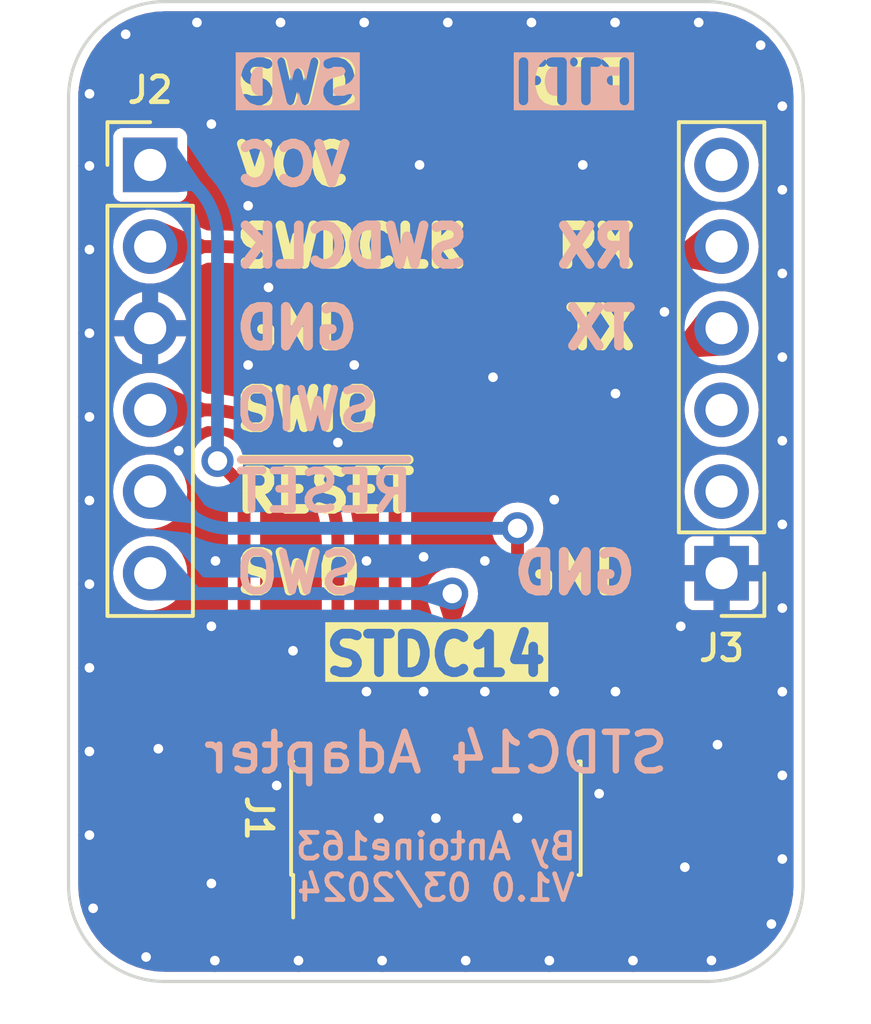
<source format=kicad_pcb>
(kicad_pcb (version 20240108) (generator "pcbnew") (generator_version "8.0")
  (title_block (title "STDC14 Adapter") (date "2024-03-16") (rev "1.0") (company "AM163") (comment 4 "AISLER Project ID: LIZLXAFS"))
  (layers (0 "F.Cu" mixed) (31 "B.Cu" mixed) (34 "B.Paste" user) (35 "F.Paste" user) (36 "B.SilkS" user "B.Silkscreen") (37 "F.SilkS" user "F.Silkscreen") (38 "B.Mask" user) (39 "F.Mask" user) (44 "Edge.Cuts" user))
  (net 0 "")
  (net 1 "/SWDCLK")
  (net 2 "/VCP_TX")
  (net 3 "/SWO")
  (net 5 "/SWDIO")
  (net 6 "GND")
  (net 8 "/~{RESET}")
  (net 9 "/VCP_RX")
  (net 11 "VCC")
  (footprint "Connector_PinHeader_2.54mm:PinHeader_1x06_P2.54mm_Vertical" (layer "F.Cu") (at 162.56 88.9 180)
    (property "Reference" "J3" (at 0.000001 -2.329999 0) (layer "F.SilkS") (effects (font (size 0.8 0.8))))
    (property "Value" "Conn_01x06")
    (fp_line (start 1.33 1.27) (end 1.33 14.03) (stroke (width 0.12)) (layer "F.SilkS"))
    (fp_line (start -1.33 14.03) (end 1.33 14.03) (stroke (width 0.12)) (layer "F.SilkS"))
    (fp_line (start -1.33 1.27) (end 1.33 1.27) (stroke (width 0.12)) (layer "F.SilkS"))
    (fp_line (start -1.33 1.27) (end -1.33 14.03) (stroke (width 0.12)) (layer "F.SilkS"))
    (fp_line (start -1.33 0) (end -1.33 -1.33) (stroke (width 0.12)) (layer "F.SilkS"))
    (fp_line (start -1.33 -1.33) (end 0 -1.33) (stroke (width 0.12)) (layer "F.SilkS"))
    (pad "1" thru_hole rect (at 0 0 180) (size 1.7 1.7) (drill 1) (layers "*.Cu" "*.Mask") (net 6 "GND"))
    (pad "2" thru_hole oval (at 0 2.54 180) (size 1.7 1.7) (drill 1) (layers "*.Cu" "*.Mask"))
    (pad "3" thru_hole oval (at 0 5.08 180) (size 1.7 1.7) (drill 1) (layers "*.Cu" "*.Mask"))
    (pad "4" thru_hole oval (at 0 7.62 180) (size 1.7 1.7) (drill 1) (layers "*.Cu" "*.Mask") (net 9 "/VCP_RX"))
    (pad "5" thru_hole oval (at 0 10.16 180) (size 1.7 1.7) (drill 1) (layers "*.Cu" "*.Mask") (net 2 "/VCP_TX"))
    (pad "6" thru_hole oval (at 0 12.7 180) (size 1.7 1.7) (drill 1) (layers "*.Cu" "*.Mask"))
  )
  (footprint "Connector_PinHeader_2.54mm:PinHeader_1x06_P2.54mm_Vertical" (layer "F.Cu") (at 144.78 76.2)
    (property "Reference" "J2" (at 0 -2.33 0) (layer "F.SilkS") (effects (font (size 0.8 0.8))))
    (property "Value" "Conn_01x06")
    (fp_line (start -1.33 -1.33) (end 0 -1.33) (stroke (width 0.12)) (layer "F.SilkS"))
    (fp_line (start -1.33 0) (end -1.33 -1.33) (stroke (width 0.12)) (layer "F.SilkS"))
    (fp_line (start -1.33 1.27) (end -1.33 14.03) (stroke (width 0.12)) (layer "F.SilkS"))
    (fp_line (start -1.33 1.27) (end 1.33 1.27) (stroke (width 0.12)) (layer "F.SilkS"))
    (fp_line (start -1.33 14.03) (end 1.33 14.03) (stroke (width 0.12)) (layer "F.SilkS"))
    (fp_line (start 1.33 1.27) (end 1.33 14.03) (stroke (width 0.12)) (layer "F.SilkS"))
    (pad "1" thru_hole rect (at 0 0) (size 1.7 1.7) (drill 1) (layers "*.Cu" "*.Mask") (net 11 "VCC"))
    (pad "2" thru_hole oval (at 0 2.54) (size 1.7 1.7) (drill 1) (layers "*.Cu" "*.Mask") (net 1 "/SWDCLK"))
    (pad "3" thru_hole oval (at 0 5.08) (size 1.7 1.7) (drill 1) (layers "*.Cu" "*.Mask") (net 6 "GND"))
    (pad "4" thru_hole oval (at 0 7.62) (size 1.7 1.7) (drill 1) (layers "*.Cu" "*.Mask") (net 5 "/SWDIO"))
    (pad "5" thru_hole oval (at 0 10.16) (size 1.7 1.7) (drill 1) (layers "*.Cu" "*.Mask") (net 8 "/~{RESET}"))
    (pad "6" thru_hole oval (at 0 12.7) (size 1.7 1.7) (drill 1) (layers "*.Cu" "*.Mask") (net 3 "/SWO"))
  )
  (footprint "Connector_PinHeader_1.27mm:PinHeader_2x07_P1.27mm_Vertical_SMD" (layer "F.Cu") (at 153.67 96.52 90)
    (property "Reference" "J1" (at 0 -5.505 -90) (layer "F.SilkS") (effects (font (size 0.8 0.8))))
    (property "Value" "Conn_ST_STDC14")
    (fp_line (start 1.765 -4.505) (end 1.765 -4.44) (stroke (width 0.12)) (layer "F.SilkS"))
    (fp_line (start -1.765 -4.505) (end 1.765 -4.505) (stroke (width 0.12)) (layer "F.SilkS"))
    (fp_line (start -1.765 -4.505) (end -1.765 -4.44) (stroke (width 0.12)) (layer "F.SilkS"))
    (fp_line (start -3.09 -4.44) (end -1.765 -4.44) (stroke (width 0.12)) (layer "F.SilkS"))
    (fp_line (start 1.765 4.44) (end 1.765 4.505) (stroke (width 0.12)) (layer "F.SilkS"))
    (fp_line (start -1.765 4.44) (end -1.765 4.505) (stroke (width 0.12)) (layer "F.SilkS"))
    (fp_line (start -1.765 4.505) (end 1.765 4.505) (stroke (width 0.12)) (layer "F.SilkS"))
    (pad "1" smd rect (at -1.95 -3.81 90) (size 2.4 0.74) (layers "F.Cu" "F.Paste" "F.Mask"))
    (pad "2" smd rect (at 1.95 -3.81 90) (size 2.4 0.74) (layers "F.Cu" "F.Paste" "F.Mask"))
    (pad "3" smd rect (at -1.95 -2.54 90) (size 2.4 0.74) (layers "F.Cu" "F.Paste" "F.Mask") (net 11 "VCC"))
    (pad "4" smd rect (at 1.95 -2.54 90) (size 2.4 0.74) (layers "F.Cu" "F.Paste" "F.Mask") (net 5 "/SWDIO"))
    (pad "5" smd rect (at -1.95 -1.27 90) (size 2.4 0.74) (layers "F.Cu" "F.Paste" "F.Mask") (net 6 "GND"))
    (pad "6" smd rect (at 1.95 -1.27 90) (size 2.4 0.74) (layers "F.Cu" "F.Paste" "F.Mask") (net 1 "/SWDCLK"))
    (pad "7" smd rect (at -1.95 0 90) (size 2.4 0.74) (layers "F.Cu" "F.Paste" "F.Mask") (net 6 "GND"))
    (pad "8" smd rect (at 1.95 0 90) (size 2.4 0.74) (layers "F.Cu" "F.Paste" "F.Mask") (net 3 "/SWO"))
    (pad "9" smd rect (at -1.95 1.27 90) (size 2.4 0.74) (layers "F.Cu" "F.Paste" "F.Mask"))
    (pad "10" smd rect (at 1.95 1.27 90) (size 2.4 0.74) (layers "F.Cu" "F.Paste" "F.Mask"))
    (pad "11" smd rect (at -1.95 2.54 90) (size 2.4 0.74) (layers "F.Cu" "F.Paste" "F.Mask") (net 6 "GND"))
    (pad "12" smd rect (at 1.95 2.54 90) (size 2.4 0.74) (layers "F.Cu" "F.Paste" "F.Mask") (net 8 "/~{RESET}"))
    (pad "13" smd rect (at -1.95 3.81 90) (size 2.4 0.74) (layers "F.Cu" "F.Paste" "F.Mask") (net 9 "/VCP_RX"))
    (pad "14" smd rect (at 1.95 3.81 90) (size 2.4 0.74) (layers "F.Cu" "F.Paste" "F.Mask") (net 2 "/VCP_TX"))
  )
  (gr_line (start 142.24 98.6) (end 142.24 74.12) (stroke (width 0.1)) (layer "Edge.Cuts"))
  (gr_arc (start 145.24 101.6) (mid 143.11868 100.72132) (end 142.24 98.6) (stroke (width 0.1)) (layer "Edge.Cuts"))
  (gr_line (start 162.1 101.6) (end 145.24 101.6) (stroke (width 0.1)) (layer "Edge.Cuts"))
  (gr_line (start 145.24 71.12) (end 162.1 71.12) (stroke (width 0.1)) (layer "Edge.Cuts"))
  (gr_arc (start 142.24 74.12) (mid 143.11868 71.99868) (end 145.24 71.12) (stroke (width 0.1)) (layer "Edge.Cuts"))
  (gr_line (start 165.1 74.12) (end 165.1 98.6) (stroke (width 0.1)) (layer "Edge.Cuts"))
  (gr_arc (start 162.1 71.12) (mid 164.22132 71.99868) (end 165.1 74.12) (stroke (width 0.1)) (layer "Edge.Cuts"))
  (gr_arc (start 165.1 98.6) (mid 164.22132 100.72132) (end 162.1 101.6) (stroke (width 0.1)) (layer "Edge.Cuts"))
  (gr_text "SWO" (at 147.32 88.9 0) (layer "B.SilkS") (effects (font (size 1.2 1.2) (thickness 0.24) (bold yes)) (justify right mirror)))
  (gr_text "GND" (at 147.32 81.28 -0) (layer "B.SilkS") (effects (font (size 1.2 1.2) (thickness 0.3) (bold yes)) (justify right mirror)))
  (gr_text "RX" (at 160.02 78.74 0) (layer "B.SilkS") (effects (font (size 1.2 1.2) (thickness 0.3) (bold yes)) (justify left mirror)))
  (gr_text "GND" (at 160.02 88.9 -0) (layer "B.SilkS") (effects (font (size 1.2 1.2) (thickness 0.3) (bold yes)) (justify left mirror)))
  (gr_text "SWD" (at 147.32 73.66 -0) (layer "B.SilkS" knockout) (effects (font (size 1.2 1.2) (thickness 0.3) (bold yes)) (justify right mirror)))
  (gr_text "STDC14 Adapter" (at 153.67 94.488 0) (layer "B.SilkS") (effects (font (size 1.2 1.2) (thickness 0.2) (bold yes)) (justify mirror)))
  (gr_text "SWIO" (at 147.32 83.82 0) (layer "B.SilkS") (effects (font (size 1.2 1.2) (thickness 0.24) (bold yes)) (justify right mirror)))
  (gr_text "TX" (at 160.02 81.28 -0) (layer "B.SilkS") (effects (font (size 1.2 1.2) (thickness 0.3) (bold yes)) (justify left mirror)))
  (gr_text "SWDCLK" (at 147.32 78.74 -0) (layer "B.SilkS") (effects (font (size 1.2 1.2) (thickness 0.3) (bold yes)) (justify right mirror)))
  (gr_text "FTDI" (at 160.02 73.66 -0) (layer "B.SilkS" knockout) (effects (font (size 1.2 1.2) (thickness 0.3) (bold yes)) (justify left mirror)))
  (gr_text "VCC" (at 147.32 76.2 -0) (layer "B.SilkS") (effects (font (size 1.2 1.2) (thickness 0.3) (bold yes)) (justify right mirror)))
  (gr_text "~{RESET}" (at 147.32 86.36 0) (layer "B.SilkS") (effects (font (size 1.2 1.2) (thickness 0.24) (bold yes)) (justify right mirror)))
  (gr_text "By Antoine163\nV1.0 03/2024" (at 153.67 98.044 0) (layer "B.SilkS") (effects (font (size 0.8 0.8) (thickness 0.15) (bold yes)) (justify mirror)))
  (gr_text "SWIO" (at 147.32 83.82 0) (layer "F.SilkS") (effects (font (size 1.2 1.2) (thickness 0.3) (bold yes)) (justify left)))
  (gr_text "SWO" (at 147.32 88.9 0) (layer "F.SilkS") (effects (font (size 1.2 1.2) (thickness 0.3) (bold yes)) (justify left)))
  (gr_text "RX" (at 160.02 78.74 0) (layer "F.SilkS") (effects (font (size 1.2 1.2) (thickness 0.3) (bold yes)) (justify right)))
  (gr_text "TX" (at 160.02 81.28 0) (layer "F.SilkS") (effects (font (size 1.2 1.2) (thickness 0.3) (bold yes)) (justify right)))
  (gr_text "STDC14" (at 153.67 91.44 0) (layer "F.SilkS" knockout) (effects (font (size 1.2 1.2) (thickness 0.3) (bold yes))))
  (gr_text "~{RESET}" (at 147.32 86.36 0) (layer "F.SilkS") (effects (font (size 1.2 1.2) (thickness 0.3) (bold yes)) (justify left)))
  (gr_text "GND" (at 160.02 88.9 0) (layer "F.SilkS") (effects (font (size 1.2 1.2) (thickness 0.3) (bold yes)) (justify right)))
  (gr_text "SWDCLK" (at 147.32 78.74 0) (layer "F.SilkS") (effects (font (size 1.2 1.2) (thickness 0.3) (bold yes)) (justify left)))
  (gr_text "VCC" (at 147.32 76.2 0) (layer "F.SilkS") (effects (font (size 1.2 1.2) (thickness 0.3) (bold yes)) (justify left)))
  (gr_text "GND" (at 147.32 81.28 0) (layer "F.SilkS") (effects (font (size 1.2 1.2) (thickness 0.3) (bold yes)) (justify left)))
  (gr_text "SWD" (at 147.32 73.66 0) (layer "F.SilkS" knockout) (effects (font (size 1.2 1.2) (thickness 0.3) (bold yes)) (justify left)))
  (gr_text "FTDI" (at 160.02 73.66 0) (layer "F.SilkS" knockout) (effects (font (size 1.2 1.2) (thickness 0.3) (bold yes)) (justify right)))
  (segment (start 152.4 84.295963) (end 152.4 94.57) (width 0.4) (layer "F.Cu") (net 1))
  (segment (start 150.624643 80.266643) (end 150.806207 80.448207) (width 0.4) (layer "F.Cu") (net 1))
  (segment (start 146.939 78.74) (end 144.78 78.74) (width 0.4) (layer "F.Cu") (net 1))
  (arc (start 150.624643 80.266643) (mid 148.933655 79.136761) (end 146.939 78.74) (width 0.4) (layer "F.Cu") (net 1))
  (arc (start 150.806207 80.448207) (mid 151.985786 82.213572) (end 152.4 84.295963) (width 0.4) (layer "F.Cu") (net 1))
  (segment (start 157.9245 94.1255) (end 157.48 94.57) (width 0.4) (layer "F.Cu") (net 2))
  (segment (start 161.012888 79.144111) (end 159.893 80.264) (width 0.4) (layer "F.Cu") (net 2))
  (segment (start 158.369 83.943261) (end 158.369 93.052382) (width 0.4) (layer "F.Cu") (net 2))
  (segment (start 161.9885 78.74) (end 162.56 78.74) (width 0.4) (layer "F.Cu") (net 2))
  (arc (start 158.369 93.052382) (mid 158.253478 93.633149) (end 157.9245 94.1255) (width 0.4) (layer "F.Cu") (net 2))
  (arc (start 159.893 80.264) (mid 158.765074 81.952059) (end 158.369 83.943261) (width 0.4) (layer "F.Cu") (net 2))
  (arc (start 161.9885 78.74) (mid 161.460502 78.845025) (end 161.012888 79.144111) (width 0.4) (layer "F.Cu") (net 2))
  (segment (start 154.178 89.535) (end 154.178 92.556789) (width 0.4) (layer "F.Cu") (net 3))
  (segment (start 153.67 93.78321) (end 153.67 94.57) (width 0.4) (layer "F.Cu") (net 3))
  (via (at 154.178 89.535) (size 1) (drill 0.6) (layers "F.Cu" "B.Cu") (net 3))
  (arc (start 154.178 92.556789) (mid 154.111987 92.888656) (end 153.924 93.17) (width 0.4) (layer "F.Cu") (net 3))
  (arc (start 153.924 93.17) (mid 153.736012 93.451343) (end 153.67 93.78321) (width 0.4) (layer "F.Cu") (net 3))
  (segment (start 154.178 89.535) (end 145.864012 89.535) (width 0.4) (layer "B.Cu") (net 3))
  (segment (start 145.0975 89.2175) (end 144.78 88.9) (width 0.4) (layer "B.Cu") (net 3))
  (arc (start 145.0975 89.2175) (mid 145.449178 89.452484) (end 145.864012 89.535) (width 0.4) (layer "B.Cu") (net 3))
  (segment (start 151.13 94.480197) (end 151.13 93.78321) (width 0.4) (layer "F.Cu") (net 5))
  (segment (start 146.502751 83.82) (end 144.78 83.82) (width 0.4) (layer "F.Cu") (net 5))
  (segment (start 150.622 92.556789) (end 150.622 87.939204) (width 0.4) (layer "F.Cu") (net 5))
  (segment (start 151.0665 94.5065) (end 151.003 94.443) (width 0.4) (layer "F.Cu") (net 5))
  (arc (start 149.4155 85.0265) (mid 150.308449 86.362877) (end 150.622 87.939204) (width 0.4) (layer "F.Cu") (net 5))
  (arc (start 151.0665 94.5065) (mid 151.107037 94.514563) (end 151.13 94.480197) (width 0.4) (layer "F.Cu") (net 5))
  (arc (start 149.4155 85.0265) (mid 148.079119 84.133559) (end 146.502751 83.82) (width 0.4) (layer "F.Cu") (net 5))
  (arc (start 150.622 92.556789) (mid 150.688012 92.888656) (end 150.876 93.17) (width 0.4) (layer "F.Cu") (net 5))
  (arc (start 150.876 93.17) (mid 151.063987 93.451343) (end 151.13 93.78321) (width 0.4) (layer "F.Cu") (net 5))
  (via (at 142.89 81.434623) (size 0.7) (drill 0.3) (layers "F.Cu" "B.Cu") (net 6))
  (via (at 161.847938 71.77) (size 0.7) (drill 0.3) (layers "F.Cu" "B.Cu") (net 6))
  (via (at 146.235632 71.77) (size 0.7) (drill 0.3) (layers "F.Cu" "B.Cu") (net 6))
  (via (at 159.258 92.583) (size 0.7) (drill 0.3) (layers "F.Cu" "B.Cu") (net 6))
  (via (at 162.433 94.234) (size 0.7) (drill 0.3) (layers "F.Cu" "B.Cu") (net 6))
  (via (at 153.289 88.392) (size 0.7) (drill 0.3) (layers "F.Cu" "B.Cu") (net 6))
  (via (at 147.828 82.423) (size 0.7) (drill 0.3) (layers "F.Cu" "B.Cu") (net 6))
  (via (at 156.643836 71.77) (size 0.7) (drill 0.3) (layers "F.Cu" "B.Cu") (net 6))
  (via (at 142.89 91.842827) (size 0.7) (drill 0.3) (layers "F.Cu" "B.Cu") (net 6))
  (via (at 149.395133 100.95) (size 0.7) (drill 0.3) (layers "F.Cu" "B.Cu") (net 6))
  (via (at 151.511 88.519) (size 0.7) (drill 0.3) (layers "F.Cu" "B.Cu") (net 6))
  (via (at 158.242 76.2) (size 0.7) (drill 0.3) (layers "F.Cu" "B.Cu") (net 6))
  (via (at 159.245887 71.77) (size 0.7) (drill 0.3) (layers "F.Cu" "B.Cu") (net 6))
  (via (at 151.511 92.583) (size 0.7) (drill 0.3) (layers "F.Cu" "B.Cu") (net 6))
  (via (at 142.89 94.444878) (size 0.7) (drill 0.3) (layers "F.Cu" "B.Cu") (net 6))
  (via (at 157.353 86.614) (size 0.7) (drill 0.3) (layers "F.Cu" "B.Cu") (net 6))
  (via (at 142.89 97.046929) (size 0.7) (drill 0.3) (layers "F.Cu" "B.Cu") (net 6))
  (via (at 151.892 96.52) (size 0.7) (drill 0.3) (layers "F.Cu" "B.Cu") (net 6))
  (via (at 146.812 88.519) (size 0.7) (drill 0.3) (layers "F.Cu" "B.Cu") (net 6))
  (via (at 146.685 74.93) (size 0.7) (drill 0.3) (layers "F.Cu" "B.Cu") (net 6))
  (via (at 143.006036 99.323745) (size 0.7) (drill 0.3) (layers "F.Cu" "B.Cu") (net 6))
  (via (at 146.793082 100.95) (size 0.7) (drill 0.3) (layers "F.Cu" "B.Cu") (net 6))
  (via (at 142.89 76.230521) (size 0.7) (drill 0.3) (layers "F.Cu" "B.Cu") (net 6))
  (via (at 150.622 84.836) (size 0.7) (drill 0.3) (layers "F.Cu" "B.Cu") (net 6))
  (via (at 151.997184 100.95) (size 0.7) (drill 0.3) (layers "F.Cu" "B.Cu") (net 6))
  (via (at 145.669 85.09) (size 0.7) (drill 0.3) (layers "F.Cu" "B.Cu") (net 6))
  (via (at 142.89 89.240776) (size 0.7) (drill 0.3) (layers "F.Cu" "B.Cu") (net 6))
  (via (at 153.67 96.52) (size 0.7) (drill 0.3) (layers "F.Cu" "B.Cu") (net 6))
  (via (at 151.13 82.423) (size 0.7) (drill 0.3) (layers "F.Cu" "B.Cu") (net 6))
  (via (at 156.21 96.52) (size 0.7) (drill 0.3) (layers "F.Cu" "B.Cu") (net 6))
  (via (at 155.194 92.583) (size 0.7) (drill 0.3) (layers "F.Cu" "B.Cu") (net 6))
  (via (at 159.803337 100.95) (size 0.7) (drill 0.3) (layers "F.Cu" "B.Cu") (net 6))
  (via (at 144.653 100.838) (size 0.7) (drill 0.3) (layers "F.Cu" "B.Cu") (net 6))
  (via (at 142.892345 73.988296) (size 0.7) (drill 0.3) (layers "F.Cu" "B.Cu") (net 6))
  (via (at 164.45 82.178204) (size 0.7) (drill 0.3) (layers "F.Cu" "B.Cu") (net 6))
  (via (at 151.439734 71.77) (size 0.7) (drill 0.3) (layers "F.Cu" "B.Cu") (net 6))
  (via (at 149.225 91.313) (size 0.7) (drill 0.3) (layers "F.Cu" "B.Cu") (net 6))
  (via (at 146.685 90.551) (size 0.7) (drill 0.3) (layers "F.Cu" "B.Cu") (net 6))
  (via (at 145.034 94.361) (size 0.7) (drill 0.3) (layers "F.Cu" "B.Cu") (net 6))
  (via (at 164.45 95.188459) (size 0.7) (drill 0.3) (layers "F.Cu" "B.Cu") (net 6))
  (via (at 161.417 98.044) (size 0.7) (drill 0.3) (layers "F.Cu" "B.Cu") (net 6))
  (via (at 164.45 74.372051) (size 0.7) (drill 0.3) (layers "F.Cu" "B.Cu") (net 6))
  (via (at 164.45 79.576153) (size 0.7) (drill 0.3) (layers "F.Cu" "B.Cu") (net 6))
  (via (at 164.45 89.984357) (size 0.7) (drill 0.3) (layers "F.Cu" "B.Cu") (net 6))
  (via (at 164.11022 99.813343) (size 0.7) (drill 0.3) (layers "F.Cu" "B.Cu") (net 6))
  (via (at 161.29 90.551) (size 0.7) (drill 0.3) (layers "F.Cu" "B.Cu") (net 6))
  (via (at 158.75 95.758) (size 0.7) (drill 0.3) (layers "F.Cu" "B.Cu") (net 6))
  (via (at 146.685 98.552) (size 0.7) (drill 0.3) (layers "F.Cu" "B.Cu") (net 6))
  (via (at 155.448 82.804) (size 0.7) (drill 0.3) (layers "F.Cu" "B.Cu") (net 6))
  (via (at 142.89 86.638725) (size 0.7) (drill 0.3) (layers "F.Cu" "B.Cu") (net 6))
  (via (at 164.45 92.586408) (size 0.7) (drill 0.3) (layers "F.Cu" "B.Cu") (net 6))
  (via (at 142.89 84.036674) (size 0.7) (drill 0.3) (layers "F.Cu" "B.Cu") (net 6))
  (via (at 160.782 80.772) (size 0.7) (drill 0.3) (layers "F.Cu" "B.Cu") (net 6))
  (via (at 155.194 88.519) (size 0.7) (drill 0.3) (layers "F.Cu" "B.Cu") (net 6))
  (via (at 147.828 77.47) (size 0.7) (drill 0.3) (layers "F.Cu" "B.Cu") (net 6))
  (via (at 154.599235 100.95) (size 0.7) (drill 0.3) (layers "F.Cu" "B.Cu") (net 6))
  (via (at 153.162 76.2) (size 0.7) (drill 0.3) (layers "F.Cu" "B.Cu") (net 6))
  (via (at 148.837683 71.77) (size 0.7) (drill 0.3) (layers "F.Cu" "B.Cu") (net 6))
  (via (at 164.45 76.974102) (size 0.7) (drill 0.3) (layers "F.Cu" "B.Cu") (net 6))
  (via (at 162.244801 100.946179) (size 0.7) (drill 0.3) (layers "F.Cu" "B.Cu") (net 6))
  (via (at 164.45 84.780255) (size 0.7) (drill 0.3) (layers "F.Cu" "B.Cu") (net 6))
  (via (at 142.89 78.832572) (size 0.7) (drill 0.3) (layers "F.Cu" "B.Cu") (net 6))
  (via (at 164.45 87.382306) (size 0.7) (drill 0.3) (layers "F.Cu" "B.Cu") (net 6))
  (via (at 144.018 72.136) (size 0.7) (drill 0.3) (layers "F.Cu" "B.Cu") (net 6))
  (via (at 148.717 95.504) (size 0.7) (drill 0.3) (layers "F.Cu" "B.Cu") (net 6))
  (via (at 163.775281 72.475216) (size 0.7) (drill 0.3) (layers "F.Cu" "B.Cu") (net 6))
  (via (at 154.041785 71.77) (size 0.7) (drill 0.3) (layers "F.Cu" "B.Cu") (net 6))
  (via (at 148.463 80.01) (size 0.7) (drill 0.3) (layers "F.Cu" "B.Cu") (net 6))
  (via (at 157.353 92.583) (size 0.7) (drill 0.3) (layers "F.Cu" "B.Cu") (net 6))
  (via (at 164.45 97.79051) (size 0.7) (drill 0.3) (layers "F.Cu" "B.Cu") (net 6))
  (via (at 159.258 83.312) (size 0.7) (drill 0.3) (layers "F.Cu" "B.Cu") (net 6))
  (via (at 157.201286 100.95) (size 0.7) (drill 0.3) (layers "F.Cu" "B.Cu") (net 6))
  (via (at 153.289 92.583) (size 0.7) (drill 0.3) (layers "F.Cu" "B.Cu") (net 6))
  (segment (start 156.21 87.503) (end 156.21 94.57) (width 0.4) (layer "F.Cu") (net 8))
  (via (at 156.21 87.503) (size 1) (drill 0.6) (layers "F.Cu" "B.Cu") (net 8))
  (segment (start 145.467605 86.539605) (end 145.8595 86.9315) (width 0.4) (layer "B.Cu") (net 8))
  (segment (start 145.034 86.36) (end 144.78 86.36) (width 0.4) (layer "B.Cu") (net 8))
  (segment (start 156.21 87.503) (end 147.239223 87.503) (width 0.4) (layer "B.Cu") (net 8))
  (arc (start 145.467605 86.539605) (mid 145.268665 86.406677) (end 145.034 86.36) (width 0.4) (layer "B.Cu") (net 8))
  (arc (start 145.8595 86.9315) (mid 146.492522 87.354471) (end 147.239223 87.503) (width 0.4) (layer "B.Cu") (net 8))
  (segment (start 158.8135 97.1365) (end 157.48 98.47) (width 0.4) (layer "F.Cu") (net 9))
  (segment (start 162.2425 81.28) (end 162.56 81.28) (width 0.4) (layer "F.Cu") (net 9))
  (segment (start 161.035999 82.168999) (end 161.700493 81.504506) (width 0.4) (layer "F.Cu") (net 9))
  (segment (start 160.147 93.917146) (end 160.147 84.315235) (width 0.4) (layer "F.Cu") (net 9))
  (arc (start 161.035999 82.168999) (mid 160.378043 83.1537) (end 160.147 84.315235) (width 0.4) (layer "F.Cu") (net 9))
  (arc (start 162.2425 81.28) (mid 161.949168 81.338347) (end 161.700493 81.504506) (width 0.4) (layer "F.Cu") (net 9))
  (arc (start 160.147 93.917146) (mid 159.800434 95.659447) (end 158.8135 97.1365) (width 0.4) (layer "F.Cu") (net 9))
  (segment (start 147.701 86.816716) (end 147.701 95.435987) (width 0.4) (layer "F.Cu") (net 11))
  (segment (start 151.13 97.38721) (end 151.13 98.47) (width 0.4) (layer "F.Cu") (net 11))
  (segment (start 146.8755 85.4075) (end 147.28825 85.82025) (width 0.4) (layer "F.Cu") (net 11))
  (segment (start 148.785012 96.52) (end 150.262789 96.52) (width 0.4) (layer "F.Cu") (net 11))
  (via (at 146.8755 85.4075) (size 1) (drill 0.6) (layers "F.Cu" "B.Cu") (net 11))
  (arc (start 150.876 96.774) (mid 151.063987 97.055343) (end 151.13 97.38721) (width 0.4) (layer "F.Cu") (net 11))
  (arc (start 150.876 96.774) (mid 150.594656 96.586012) (end 150.262789 96.52) (width 0.4) (layer "F.Cu") (net 11))
  (arc (start 147.28825 85.82025) (mid 147.593729 86.277432) (end 147.701 86.816716) (width 0.4) (layer "F.Cu") (net 11))
  (arc (start 147.701 95.435987) (mid 147.783515 95.85082) (end 148.0185 96.2025) (width 0.4) (layer "F.Cu") (net 11))
  (arc (start 148.0185 96.2025) (mid 148.370178 96.437484) (end 148.785012 96.52) (width 0.4) (layer "F.Cu") (net 11))
  (segment (start 146.8755 78.476426) (end 146.8755 85.4075) (width 0.4) (layer "B.Cu") (net 11))
  (segment (start 145.161 76.2) (end 144.78 76.2) (width 0.4) (layer "B.Cu") (net 11))
  (segment (start 145.811407 76.469407) (end 146.20875 76.86675) (width 0.4) (layer "B.Cu") (net 11))
  (arc (start 145.811407 76.469407) (mid 145.512997 76.270016) (end 145.161 76.2) (width 0.4) (layer "B.Cu") (net 11))
  (arc (start 146.20875 76.86675) (mid 146.702217 77.605275) (end 146.8755 78.476426) (width 0.4) (layer "B.Cu") (net 11))
  (zone (net 6) (net_name "GND") (layers "F&B.Cu") (connect_pads (clearance 0.3)) (min_thickness 0.2) (fill yes (thermal_gap 0.3) (thermal_bridge_width 0.5))
    (polygon (pts (xy 142.24 71.12) (xy 165.1 71.12) (xy 165.1 101.6) (xy 142.24 101.6)))
  )
)
</source>
